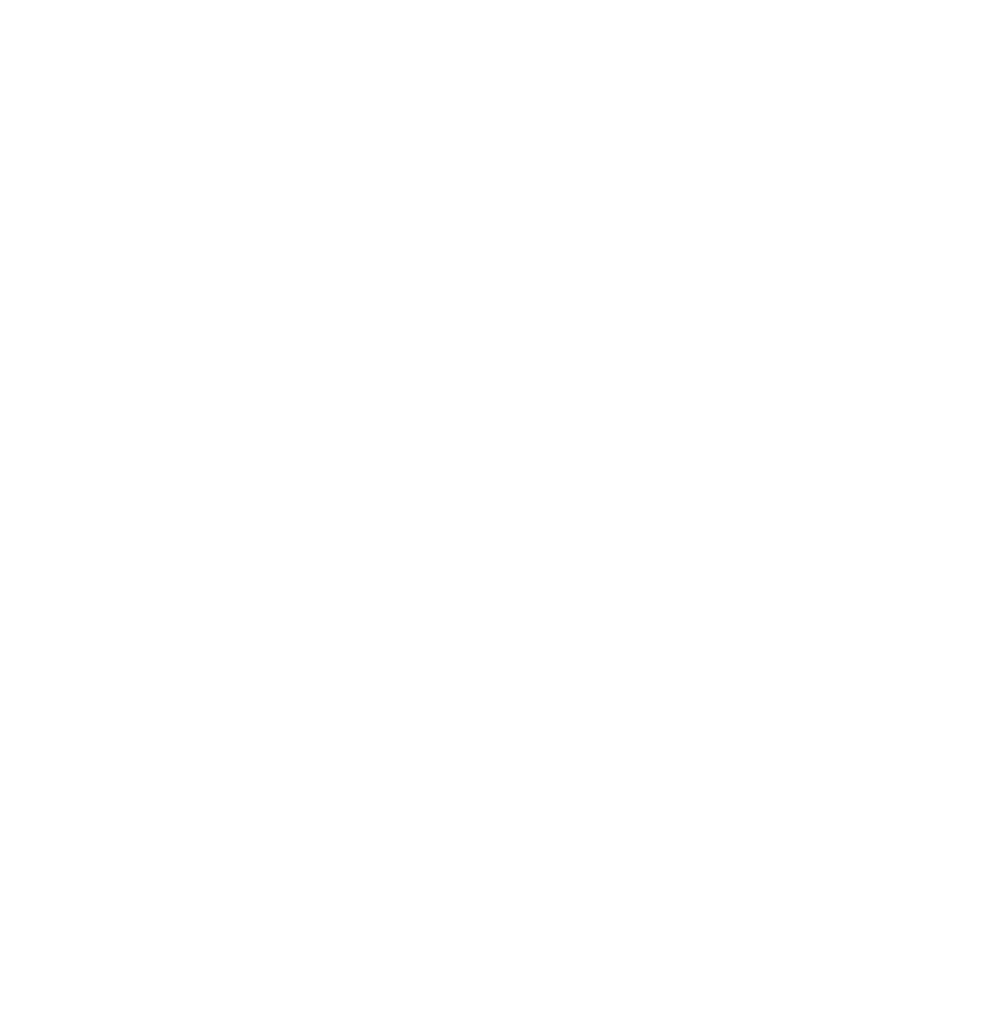
<source format=kicad_pcb>
(kicad_pcb (version 20171130) (host pcbnew "(5.0.1)-4")

  (general
    (thickness 1.6)
    (drawings 88)
    (tracks 0)
    (zones 0)
    (modules 0)
    (nets 1)
  )

  (page A4)
  (layers
    (0 F.Cu signal)
    (31 B.Cu signal)
    (32 B.Adhes user)
    (33 F.Adhes user)
    (34 B.Paste user)
    (35 F.Paste user)
    (36 B.SilkS user)
    (37 F.SilkS user)
    (38 B.Mask user)
    (39 F.Mask user)
    (40 Dwgs.User user)
    (41 Cmts.User user)
    (42 Eco1.User user)
    (43 Eco2.User user)
    (44 Edge.Cuts user)
    (45 Margin user)
    (46 B.CrtYd user)
    (47 F.CrtYd user)
    (48 B.Fab user)
    (49 F.Fab user)
  )

  (setup
    (last_trace_width 0.25)
    (trace_clearance 0.2)
    (zone_clearance 0.508)
    (zone_45_only no)
    (trace_min 0.2)
    (segment_width 0.2)
    (edge_width 0.2)
    (via_size 0.8)
    (via_drill 0.4)
    (via_min_size 0.4)
    (via_min_drill 0.3)
    (uvia_size 0.3)
    (uvia_drill 0.1)
    (uvias_allowed no)
    (uvia_min_size 0.2)
    (uvia_min_drill 0.1)
    (pcb_text_width 0.3)
    (pcb_text_size 1.5 1.5)
    (mod_edge_width 0.15)
    (mod_text_size 1 1)
    (mod_text_width 0.15)
    (pad_size 1.524 1.524)
    (pad_drill 0.762)
    (pad_to_mask_clearance 0.051)
    (solder_mask_min_width 0.25)
    (aux_axis_origin 0 0)
    (visible_elements 7FFFFFFF)
    (pcbplotparams
      (layerselection 0x010fc_ffffffff)
      (usegerberextensions false)
      (usegerberattributes false)
      (usegerberadvancedattributes false)
      (creategerberjobfile false)
      (excludeedgelayer true)
      (linewidth 0.100000)
      (plotframeref false)
      (viasonmask false)
      (mode 1)
      (useauxorigin false)
      (hpglpennumber 1)
      (hpglpenspeed 20)
      (hpglpendiameter 15.000000)
      (psnegative false)
      (psa4output false)
      (plotreference true)
      (plotvalue true)
      (plotinvisibletext false)
      (padsonsilk false)
      (subtractmaskfromsilk false)
      (outputformat 1)
      (mirror false)
      (drillshape 1)
      (scaleselection 1)
      (outputdirectory ""))
  )

  (net 0 "")

  (net_class Default "This is the default net class."
    (clearance 0.2)
    (trace_width 0.25)
    (via_dia 0.8)
    (via_drill 0.4)
    (uvia_dia 0.3)
    (uvia_drill 0.1)
  )

  (gr_circle (center 84 110.4) (end 87.25 110.4) (layer Eco2.User) (width 0.2) (tstamp 5D915DEF))
  (gr_circle (center 8.05 110.4) (end 11.3 110.4) (layer Eco2.User) (width 0.2))
  (gr_circle (center 45.95 113.6) (end 49.1 113.6) (layer Eco2.User) (width 0.2) (tstamp 5D915CE1))
  (gr_circle (center 66.05 113.55) (end 69.2 113.55) (layer Eco2.User) (width 0.2) (tstamp 5D915CC5))
  (gr_circle (center 26.1 113.55) (end 29.25 113.55) (layer Eco2.User) (width 0.2) (tstamp 5D915CB1))
  (gr_circle (center 66.05 95.4) (end 69.2 95.4) (layer Eco2.User) (width 0.2) (tstamp 5D915C81))
  (gr_circle (center 52.95 95.4) (end 56.1 95.4) (layer Eco2.User) (width 0.2) (tstamp 5D915C80))
  (gr_circle (center 39 95.4) (end 42.15 95.4) (layer Eco2.User) (width 0.2) (tstamp 5D915C7F))
  (gr_circle (center 26.05 95.4) (end 29.2 95.4) (layer Eco2.User) (width 0.2) (tstamp 5D915C7E))
  (gr_circle (center 13 95.4) (end 16.15 95.4) (layer Eco2.User) (width 0.2) (tstamp 5D915C7D))
  (gr_circle (center 78.95 95.4) (end 82.1 95.4) (layer Eco2.User) (width 0.2) (tstamp 5D915C7C))
  (gr_circle (center 78.95 79.45) (end 82.1 79.45) (layer Eco2.User) (width 0.2) (tstamp 5D915C5F))
  (gr_circle (center 66.05 79.45) (end 69.2 79.45) (layer Eco2.User) (width 0.2) (tstamp 5D915C4B))
  (gr_circle (center 52.95 79.45) (end 56.1 79.45) (layer Eco2.User) (width 0.2) (tstamp 5D915C36))
  (gr_circle (center 39 79.45) (end 42.15 79.45) (layer Eco2.User) (width 0.2) (tstamp 5D915C22))
  (gr_circle (center 26.05 79.45) (end 29.2 79.45) (layer Eco2.User) (width 0.2) (tstamp 5D915C0C))
  (gr_circle (center 13 79.45) (end 16.15 79.45) (layer Eco2.User) (width 0.2))
  (gr_line (start 81 65.35) (end 77 65.35) (layer Eco2.User) (width 0.2) (tstamp 5D915B3C))
  (gr_line (start 81 57.8) (end 81 65.3) (layer Eco2.User) (width 0.2) (tstamp 5D915B3B))
  (gr_line (start 77 57.8) (end 81 57.8) (layer Eco2.User) (width 0.2) (tstamp 5D915B3A))
  (gr_line (start 68.1 65.3) (end 64.1 65.3) (layer Eco2.User) (width 0.2) (tstamp 5D915B36))
  (gr_line (start 68.1 57.8) (end 68.1 65.3) (layer Eco2.User) (width 0.2) (tstamp 5D915B35))
  (gr_line (start 64.1 57.8) (end 68.1 57.8) (layer Eco2.User) (width 0.2) (tstamp 5D915B34))
  (gr_line (start 55 65.3) (end 51 65.3) (layer Eco2.User) (width 0.2) (tstamp 5D915B30))
  (gr_line (start 55 57.8) (end 55 65.3) (layer Eco2.User) (width 0.2) (tstamp 5D915B2F))
  (gr_line (start 51 57.8) (end 55 57.8) (layer Eco2.User) (width 0.2) (tstamp 5D915B2E))
  (gr_line (start 41.05 65.3) (end 37.05 65.3) (layer Eco2.User) (width 0.2) (tstamp 5D915B2A))
  (gr_line (start 41.05 57.8) (end 41.05 65.3) (layer Eco2.User) (width 0.2) (tstamp 5D915B29))
  (gr_line (start 37.05 57.8) (end 41.05 57.8) (layer Eco2.User) (width 0.2) (tstamp 5D915B28))
  (gr_line (start 28.05 65.3) (end 24.05 65.3) (layer Eco2.User) (width 0.2) (tstamp 5D915B24))
  (gr_line (start 28.05 57.8) (end 28.05 65.3) (layer Eco2.User) (width 0.2) (tstamp 5D915B23))
  (gr_line (start 24.05 57.8) (end 28.05 57.8) (layer Eco2.User) (width 0.2) (tstamp 5D915B22))
  (gr_line (start 77 65.3) (end 77 57.8) (layer Eco2.User) (width 0.2) (tstamp 5D915B14))
  (gr_line (start 64.1 65.3) (end 64.1 57.8) (layer Eco2.User) (width 0.2) (tstamp 5D915B00))
  (gr_line (start 51 65.3) (end 51 57.8) (layer Eco2.User) (width 0.2) (tstamp 5D915AEE))
  (gr_line (start 37.05 65.3) (end 37.05 57.8) (layer Eco2.User) (width 0.2) (tstamp 5D915ADB))
  (gr_line (start 24.05 65.3) (end 24.05 57.8) (layer Eco2.User) (width 0.2) (tstamp 5D915AC6))
  (gr_line (start 11 65.3) (end 11 57.8) (layer Eco2.User) (width 0.2))
  (gr_line (start 15 65.3) (end 11 65.3) (layer Eco2.User) (width 0.2))
  (gr_line (start 15 57.8) (end 15 65.3) (layer Eco2.User) (width 0.2))
  (gr_line (start 11 57.8) (end 15 57.8) (layer Eco2.User) (width 0.2))
  (gr_line (start 80.45 48.9) (end 77.45 48.9) (layer Eco2.User) (width 0.2) (tstamp 5D915947))
  (gr_line (start 80.45 21.9) (end 80.45 48.9) (layer Eco2.User) (width 0.2) (tstamp 5D915946))
  (gr_line (start 77.45 21.9) (end 80.45 21.9) (layer Eco2.User) (width 0.2) (tstamp 5D915945))
  (gr_line (start 67.6 21.9) (end 67.6 48.9) (layer Eco2.User) (width 0.2) (tstamp 5D915941))
  (gr_line (start 67.6 48.9) (end 64.6 48.9) (layer Eco2.User) (width 0.2) (tstamp 5D915940))
  (gr_line (start 64.6 21.9) (end 67.6 21.9) (layer Eco2.User) (width 0.2) (tstamp 5D91593F))
  (gr_line (start 51.5 21.9) (end 54.5 21.9) (layer Eco2.User) (width 0.2) (tstamp 5D91593B))
  (gr_line (start 54.5 48.9) (end 51.5 48.9) (layer Eco2.User) (width 0.2) (tstamp 5D91593A))
  (gr_line (start 54.5 21.9) (end 54.5 48.9) (layer Eco2.User) (width 0.2) (tstamp 5D915939))
  (gr_line (start 37.55 21.9) (end 40.55 21.9) (layer Eco2.User) (width 0.2) (tstamp 5D915935))
  (gr_line (start 40.55 48.9) (end 37.55 48.9) (layer Eco2.User) (width 0.2) (tstamp 5D915934))
  (gr_line (start 40.55 21.9) (end 40.55 48.9) (layer Eco2.User) (width 0.2) (tstamp 5D915933))
  (gr_line (start 77.45 48.9) (end 77.45 21.9) (layer Eco2.User) (width 0.2) (tstamp 5D91591B))
  (gr_line (start 64.6 48.9) (end 64.6 21.9) (layer Eco2.User) (width 0.2) (tstamp 5D915903))
  (gr_line (start 51.5 48.9) (end 51.5 21.9) (layer Eco2.User) (width 0.2) (tstamp 5D9158E2))
  (gr_line (start 37.55 48.9) (end 37.55 21.9) (layer Eco2.User) (width 0.2) (tstamp 5D9158DA))
  (gr_line (start 24.5 21.9) (end 27.5 21.9) (layer Eco2.User) (width 0.2) (tstamp 5D9158C9))
  (gr_line (start 27.5 48.9) (end 24.5 48.9) (layer Eco2.User) (width 0.2) (tstamp 5D9158C8))
  (gr_line (start 27.5 21.9) (end 27.5 48.9) (layer Eco2.User) (width 0.2) (tstamp 5D9158C7))
  (gr_line (start 24.5 48.9) (end 24.5 21.9) (layer Eco2.User) (width 0.2) (tstamp 5D9158A2))
  (gr_line (start 11.5 21.9) (end 14.5 21.9) (layer Eco2.User) (width 0.2) (tstamp 5D91581B))
  (gr_line (start 11.5 48.9) (end 11.5 21.9) (layer Eco2.User) (width 0.2) (tstamp 5D91581A))
  (gr_line (start 14.5 48.9) (end 11.5 48.9) (layer Eco2.User) (width 0.2))
  (gr_line (start 14.5 21.9) (end 14.5 48.9) (layer Eco2.User) (width 0.2))
  (gr_circle (center 19.6 13.4) (end 21.15 13.4) (layer Eco2.User) (width 0.2))
  (gr_circle (center 78.95 13.35) (end 81.55 13.35) (layer Eco2.User) (width 0.2) (tstamp 5D915770))
  (gr_circle (center 66.05 13.35) (end 68.65 13.35) (layer Eco2.User) (width 0.2) (tstamp 5D915757))
  (gr_circle (center 52.95 13.35) (end 55.55 13.35) (layer Eco2.User) (width 0.2) (tstamp 5D91573D))
  (gr_circle (center 39 13.35) (end 41.6 13.35) (layer Eco2.User) (width 0.2) (tstamp 5D9156EF))
  (gr_circle (center 26.1 13.35) (end 28.7 13.35) (layer Eco2.User) (width 0.2) (tstamp 5D8D0730))
  (gr_line (start -2.8 10.7) (end 5.05 10.7) (layer Eco2.User) (width 0.2) (tstamp 5D8D06DC))
  (gr_text Countersink (at -9.95 10.55) (layer Eco2.User) (tstamp 5D8D06DB)
    (effects (font (size 1.5 1.5) (thickness 0.3)))
  )
  (gr_circle (center 13.1 13.35) (end 15.7 13.35) (layer Eco2.User) (width 0.2))
  (gr_line (start 87 10.7) (end 94.95 10.7) (layer Eco2.User) (width 0.2))
  (gr_circle (center 86.9 13.55) (end 89.65 13.55) (layer Eco2.User) (width 0.2) (tstamp 5D8D01D0))
  (gr_circle (center 86.9 13.55) (end 88.55 13.55) (layer Eco2.User) (width 0.2) (tstamp 5D8D01C4))
  (gr_text Countersink (at 101.95 10.75) (layer Eco2.User)
    (effects (font (size 1.5 1.5) (thickness 0.3)))
  )
  (gr_circle (center 5.1 13.55) (end 7.85 13.55) (layer Eco2.User) (width 0.2))
  (gr_circle (center 5.1 13.55) (end 6.75 13.55) (layer Eco2.User) (width 0.2))
  (gr_circle (center 83.7 125.5) (end 85.3 125.5) (layer Eco2.User) (width 0.2) (tstamp 5D8D007A))
  (gr_circle (center 83.7 3) (end 85.3 3) (layer Eco2.User) (width 0.2) (tstamp 5D8D006E))
  (gr_circle (center 7.5 125.5) (end 9.1 125.5) (layer Eco2.User) (width 0.2) (tstamp 5D8D005D))
  (gr_circle (center 7.5 3) (end 9.1 3) (layer Eco2.User) (width 0.2))
  (gr_line (start 0 128.5) (end 0 0) (layer Eco2.User) (width 0.2))
  (gr_line (start 91.3 128.5) (end 0 128.5) (layer Eco2.User) (width 0.2))
  (gr_line (start 91.3 0) (end 91.3 128.5) (layer Eco2.User) (width 0.2))
  (gr_line (start 0 0) (end 91.3 0) (layer Eco2.User) (width 0.2))

)

</source>
